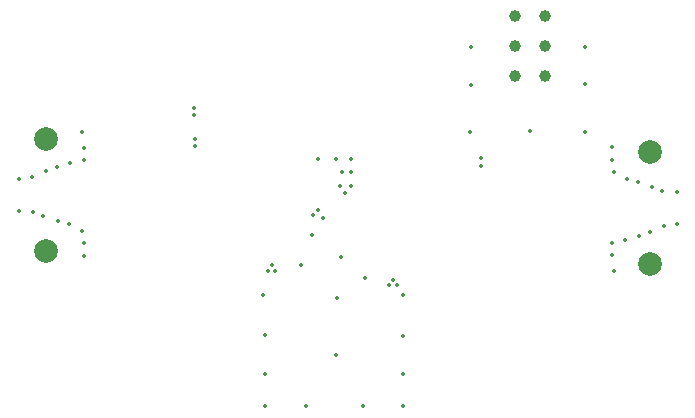
<source format=gbr>
G04 ===== Begin FILE IDENTIFICATION =====*
G04 File Format:  Gerber RS274X*
G04 ===== End FILE IDENTIFICATION =====*
%FSDAX66Y66*%
%MOIN*%
%SFA1.0000B1.0000*%
%OFA0.0B0.0*%
%ADD14C,0.013780*%
%ADD15C,0.039370*%
%ADD16C,0.078740*%
%LNhole*%
%IPPOS*%
%LPD*%
G75*
D14*
X000000430919Y-000000628133D03*
X000000831824Y-000000678645D03*
X000000673228Y-000000389764D03*
X000000645669Y-000000740157D03*
X000000641732Y-000000929134D03*
D15*
X000001240157Y000000202362D03*
Y000000002362D03*
Y000000102362D03*
X000001340157Y000000002362D03*
Y000000102362D03*
Y000000202362D03*
D14*
X000001125984Y-000000271654D03*
Y-000000299213D03*
X000000173228Y-000000208661D03*
Y-000000232283D03*
X000000169291Y-000000129921D03*
Y-000000106299D03*
X000000657480Y-000000366142D03*
X000000692913D03*
X000000582913Y-000000276106D03*
X000000692913Y-000000275591D03*
X000000641732D03*
X000000692913Y-000000318898D03*
X000000663051Y-000000318563D03*
X000000582859Y-000000443789D03*
X000000566929Y-000000460630D03*
X000000598425Y-000000472441D03*
X000000417323Y-000000649606D03*
X000000440945D03*
X000000818898Y-000000696850D03*
X000000846457D03*
X000001472441Y-000000185039D03*
Y-000000023622D03*
X000000401575Y-000000728346D03*
X000000405512Y-000000862205D03*
Y-000000992126D03*
X000000866142Y-000000728346D03*
Y-000000866142D03*
Y-000000992126D03*
Y-000001098425D03*
X000000732283D03*
X000000543307D03*
X000000405512D03*
X000000740157Y-000000673228D03*
X000000661417Y-000000602362D03*
X000000527559Y-000000629921D03*
X000000562992Y-000000527559D03*
X000001472441Y000000098425D03*
X000001094488D03*
Y-000000027559D03*
X000001090551Y-000000185039D03*
X000001291339Y-000000181102D03*
X000001562992Y-000000236220D03*
Y-000000279528D03*
X000001568845Y-000000319846D03*
X000001612089Y-000000342230D03*
X000001649606Y-000000350394D03*
X000001698089Y-000000368229D03*
X000001730858Y-000000381222D03*
X000001779528Y-000000385827D03*
D16*
X000001688976Y-000000251969D03*
D14*
X000001779528Y-000000492126D03*
X000001736220Y-000000500000D03*
X000001689705Y-000000519473D03*
X000001652294Y-000000533302D03*
X000001608155Y-000000546587D03*
X000001562992Y-000000555118D03*
X000001562713Y-000000594242D03*
X000001569716Y-000000648684D03*
D16*
X000001688976Y-000000625984D03*
X-000000323985Y-000000207739D03*
Y-000000581755D03*
D14*
X-000000204724Y-000000185039D03*
X-000000197722Y-000000239481D03*
X-000000198001Y-000000278605D03*
X-000000243163Y-000000287136D03*
X-000000287303Y-000000300421D03*
X-000000324714Y-000000314250D03*
X-000000414536Y-000000447897D03*
X-000000365867Y-000000452501D03*
X-000000333097Y-000000465494D03*
X-000000284615Y-000000483330D03*
X-000000198001Y-000000597503D03*
Y-000000554196D03*
X-000000203854Y-000000513877D03*
X-000000247097Y-000000491494D03*
X-000000371229Y-000000333723D03*
X-000000414536Y-000000341597D03*
M02*


</source>
